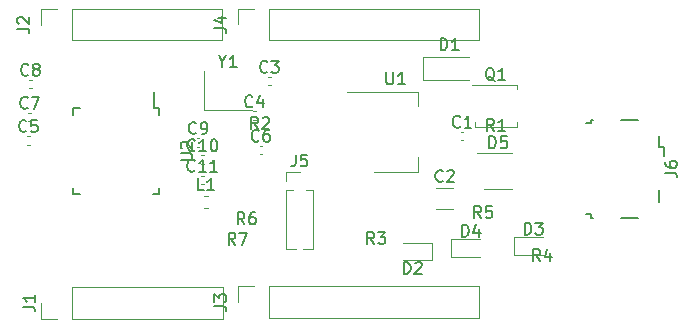
<source format=gto>
%TF.GenerationSoftware,KiCad,Pcbnew,(5.1.10)-1*%
%TF.CreationDate,2021-11-18T18:04:21+00:00*%
%TF.ProjectId,arduino_zero_like,61726475-696e-46f5-9f7a-65726f5f6c69,rev?*%
%TF.SameCoordinates,Original*%
%TF.FileFunction,Legend,Top*%
%TF.FilePolarity,Positive*%
%FSLAX46Y46*%
G04 Gerber Fmt 4.6, Leading zero omitted, Abs format (unit mm)*
G04 Created by KiCad (PCBNEW (5.1.10)-1) date 2021-11-18 18:04:21*
%MOMM*%
%LPD*%
G01*
G04 APERTURE LIST*
%ADD10C,0.120000*%
%ADD11C,0.150000*%
G04 APERTURE END LIST*
D10*
%TO.C,C1*%
X91132164Y-66750000D02*
X91347836Y-66750000D01*
X91132164Y-66030000D02*
X91347836Y-66030000D01*
%TO.C,C2*%
X89053748Y-70760000D02*
X90476252Y-70760000D01*
X89053748Y-72580000D02*
X90476252Y-72580000D01*
%TO.C,C3*%
X74802164Y-62110000D02*
X75017836Y-62110000D01*
X74802164Y-61390000D02*
X75017836Y-61390000D01*
%TO.C,C4*%
X73542164Y-64310000D02*
X73757836Y-64310000D01*
X73542164Y-65030000D02*
X73757836Y-65030000D01*
%TO.C,C5*%
X54392164Y-66400000D02*
X54607836Y-66400000D01*
X54392164Y-67120000D02*
X54607836Y-67120000D01*
%TO.C,C6*%
X74082164Y-67940000D02*
X74297836Y-67940000D01*
X74082164Y-67220000D02*
X74297836Y-67220000D01*
%TO.C,C7*%
X54502164Y-65150000D02*
X54717836Y-65150000D01*
X54502164Y-64430000D02*
X54717836Y-64430000D01*
%TO.C,C8*%
X54562164Y-61640000D02*
X54777836Y-61640000D01*
X54562164Y-62360000D02*
X54777836Y-62360000D01*
%TO.C,C9*%
X68762164Y-66570000D02*
X68977836Y-66570000D01*
X68762164Y-67290000D02*
X68977836Y-67290000D01*
%TO.C,C10*%
X69132164Y-68040000D02*
X69347836Y-68040000D01*
X69132164Y-68760000D02*
X69347836Y-68760000D01*
%TO.C,C11*%
X69122164Y-70480000D02*
X69337836Y-70480000D01*
X69122164Y-69760000D02*
X69337836Y-69760000D01*
%TO.C,D1*%
X87900000Y-59680000D02*
X87900000Y-61680000D01*
X87900000Y-61680000D02*
X91800000Y-61680000D01*
X87900000Y-59680000D02*
X91800000Y-59680000D01*
%TO.C,D2*%
X86230000Y-76925000D02*
X88690000Y-76925000D01*
X88690000Y-76925000D02*
X88690000Y-75455000D01*
X88690000Y-75455000D02*
X86230000Y-75455000D01*
%TO.C,D3*%
X95605000Y-76455000D02*
X98065000Y-76455000D01*
X95605000Y-74985000D02*
X95605000Y-76455000D01*
X98065000Y-74985000D02*
X95605000Y-74985000D01*
%TO.C,D4*%
X92760000Y-75155000D02*
X90300000Y-75155000D01*
X90300000Y-75155000D02*
X90300000Y-76625000D01*
X90300000Y-76625000D02*
X92760000Y-76625000D01*
%TO.C,D5*%
X93050000Y-70900000D02*
X95450000Y-70900000D01*
X95450000Y-67800000D02*
X92500000Y-67800000D01*
%TO.C,J1*%
X70980000Y-81850000D02*
X70980000Y-79190000D01*
X58220000Y-81850000D02*
X70980000Y-81850000D01*
X58220000Y-79190000D02*
X70980000Y-79190000D01*
X58220000Y-81850000D02*
X58220000Y-79190000D01*
X56950000Y-81850000D02*
X55620000Y-81850000D01*
X55620000Y-81850000D02*
X55620000Y-80520000D01*
%TO.C,J2*%
X58170000Y-58310000D02*
X58170000Y-55650000D01*
X58170000Y-58310000D02*
X70930000Y-58310000D01*
X70930000Y-58310000D02*
X70930000Y-55650000D01*
X58170000Y-55650000D02*
X70930000Y-55650000D01*
X55570000Y-55650000D02*
X56900000Y-55650000D01*
X55570000Y-56980000D02*
X55570000Y-55650000D01*
%TO.C,J3*%
X72250000Y-80460000D02*
X72250000Y-79130000D01*
X72250000Y-79130000D02*
X73580000Y-79130000D01*
X74850000Y-79130000D02*
X92690000Y-79130000D01*
X92690000Y-81790000D02*
X92690000Y-79130000D01*
X74850000Y-81790000D02*
X92690000Y-81790000D01*
X74850000Y-81790000D02*
X74850000Y-79130000D01*
%TO.C,J4*%
X74850000Y-58270000D02*
X74850000Y-55610000D01*
X74850000Y-58270000D02*
X92690000Y-58270000D01*
X92690000Y-58270000D02*
X92690000Y-55610000D01*
X74850000Y-55610000D02*
X92690000Y-55610000D01*
X72250000Y-55610000D02*
X73580000Y-55610000D01*
X72250000Y-56940000D02*
X72250000Y-55610000D01*
%TO.C,J5*%
X76360000Y-75995000D02*
X77162470Y-75995000D01*
X77777530Y-75995000D02*
X78580000Y-75995000D01*
X76360000Y-70980000D02*
X76360000Y-75995000D01*
X78580000Y-70980000D02*
X78580000Y-75995000D01*
X76360000Y-70980000D02*
X76906529Y-70980000D01*
X78033471Y-70980000D02*
X78580000Y-70980000D01*
X76360000Y-70220000D02*
X76360000Y-69460000D01*
X76360000Y-69460000D02*
X77470000Y-69460000D01*
D11*
%TO.C,J6*%
X106120000Y-65020000D02*
X104720000Y-65020000D01*
X102320000Y-65020000D02*
X102170000Y-65020000D01*
X102170000Y-65020000D02*
X102170000Y-65320000D01*
X102170000Y-65320000D02*
X101720000Y-65320000D01*
X101720000Y-73020000D02*
X102170000Y-73020000D01*
X102170000Y-73020000D02*
X102170000Y-73320000D01*
X102170000Y-73320000D02*
X102320000Y-73320000D01*
X104720000Y-73320000D02*
X106120000Y-73320000D01*
X108295000Y-68095000D02*
X108295000Y-67370000D01*
X108295000Y-67370000D02*
X107870000Y-67370000D01*
X107870000Y-67370000D02*
X107870000Y-66370000D01*
X107870000Y-70970000D02*
X107870000Y-71970000D01*
D10*
%TO.C,L1*%
X69368733Y-71440000D02*
X69711267Y-71440000D01*
X69368733Y-72460000D02*
X69711267Y-72460000D01*
%TO.C,Q1*%
X95840000Y-62060000D02*
X92070000Y-62060000D01*
X92300000Y-65600000D02*
X95840000Y-65600000D01*
X95840000Y-62060000D02*
X95840000Y-62430000D01*
X95840000Y-65600000D02*
X95840000Y-65230000D01*
X92300000Y-65600000D02*
X92300000Y-65230000D01*
%TO.C,U1*%
X87490000Y-69460000D02*
X87490000Y-68200000D01*
X87490000Y-62640000D02*
X87490000Y-63900000D01*
X83730000Y-69460000D02*
X87490000Y-69460000D01*
X81480000Y-62640000D02*
X87490000Y-62640000D01*
D11*
%TO.C,U2*%
X65575000Y-64055000D02*
X65150000Y-64055000D01*
X65575000Y-71305000D02*
X65050000Y-71305000D01*
X58325000Y-71305000D02*
X58850000Y-71305000D01*
X58325000Y-64055000D02*
X58850000Y-64055000D01*
X65575000Y-64055000D02*
X65575000Y-64580000D01*
X58325000Y-64055000D02*
X58325000Y-64580000D01*
X58325000Y-71305000D02*
X58325000Y-70780000D01*
X65575000Y-71305000D02*
X65575000Y-70780000D01*
X65150000Y-64055000D02*
X65150000Y-62680000D01*
D10*
%TO.C,Y1*%
X69420000Y-60930000D02*
X69420000Y-64230000D01*
X69420000Y-64230000D02*
X73420000Y-64230000D01*
%TO.C,C1*%
D11*
X91073333Y-65587142D02*
X91025714Y-65634761D01*
X90882857Y-65682380D01*
X90787619Y-65682380D01*
X90644761Y-65634761D01*
X90549523Y-65539523D01*
X90501904Y-65444285D01*
X90454285Y-65253809D01*
X90454285Y-65110952D01*
X90501904Y-64920476D01*
X90549523Y-64825238D01*
X90644761Y-64730000D01*
X90787619Y-64682380D01*
X90882857Y-64682380D01*
X91025714Y-64730000D01*
X91073333Y-64777619D01*
X92025714Y-65682380D02*
X91454285Y-65682380D01*
X91740000Y-65682380D02*
X91740000Y-64682380D01*
X91644761Y-64825238D01*
X91549523Y-64920476D01*
X91454285Y-64968095D01*
%TO.C,C2*%
X89598333Y-70177142D02*
X89550714Y-70224761D01*
X89407857Y-70272380D01*
X89312619Y-70272380D01*
X89169761Y-70224761D01*
X89074523Y-70129523D01*
X89026904Y-70034285D01*
X88979285Y-69843809D01*
X88979285Y-69700952D01*
X89026904Y-69510476D01*
X89074523Y-69415238D01*
X89169761Y-69320000D01*
X89312619Y-69272380D01*
X89407857Y-69272380D01*
X89550714Y-69320000D01*
X89598333Y-69367619D01*
X89979285Y-69367619D02*
X90026904Y-69320000D01*
X90122142Y-69272380D01*
X90360238Y-69272380D01*
X90455476Y-69320000D01*
X90503095Y-69367619D01*
X90550714Y-69462857D01*
X90550714Y-69558095D01*
X90503095Y-69700952D01*
X89931666Y-70272380D01*
X90550714Y-70272380D01*
%TO.C,C3*%
X74743333Y-60947142D02*
X74695714Y-60994761D01*
X74552857Y-61042380D01*
X74457619Y-61042380D01*
X74314761Y-60994761D01*
X74219523Y-60899523D01*
X74171904Y-60804285D01*
X74124285Y-60613809D01*
X74124285Y-60470952D01*
X74171904Y-60280476D01*
X74219523Y-60185238D01*
X74314761Y-60090000D01*
X74457619Y-60042380D01*
X74552857Y-60042380D01*
X74695714Y-60090000D01*
X74743333Y-60137619D01*
X75076666Y-60042380D02*
X75695714Y-60042380D01*
X75362380Y-60423333D01*
X75505238Y-60423333D01*
X75600476Y-60470952D01*
X75648095Y-60518571D01*
X75695714Y-60613809D01*
X75695714Y-60851904D01*
X75648095Y-60947142D01*
X75600476Y-60994761D01*
X75505238Y-61042380D01*
X75219523Y-61042380D01*
X75124285Y-60994761D01*
X75076666Y-60947142D01*
%TO.C,C4*%
X73483333Y-63867142D02*
X73435714Y-63914761D01*
X73292857Y-63962380D01*
X73197619Y-63962380D01*
X73054761Y-63914761D01*
X72959523Y-63819523D01*
X72911904Y-63724285D01*
X72864285Y-63533809D01*
X72864285Y-63390952D01*
X72911904Y-63200476D01*
X72959523Y-63105238D01*
X73054761Y-63010000D01*
X73197619Y-62962380D01*
X73292857Y-62962380D01*
X73435714Y-63010000D01*
X73483333Y-63057619D01*
X74340476Y-63295714D02*
X74340476Y-63962380D01*
X74102380Y-62914761D02*
X73864285Y-63629047D01*
X74483333Y-63629047D01*
%TO.C,C5*%
X54333333Y-65957142D02*
X54285714Y-66004761D01*
X54142857Y-66052380D01*
X54047619Y-66052380D01*
X53904761Y-66004761D01*
X53809523Y-65909523D01*
X53761904Y-65814285D01*
X53714285Y-65623809D01*
X53714285Y-65480952D01*
X53761904Y-65290476D01*
X53809523Y-65195238D01*
X53904761Y-65100000D01*
X54047619Y-65052380D01*
X54142857Y-65052380D01*
X54285714Y-65100000D01*
X54333333Y-65147619D01*
X55238095Y-65052380D02*
X54761904Y-65052380D01*
X54714285Y-65528571D01*
X54761904Y-65480952D01*
X54857142Y-65433333D01*
X55095238Y-65433333D01*
X55190476Y-65480952D01*
X55238095Y-65528571D01*
X55285714Y-65623809D01*
X55285714Y-65861904D01*
X55238095Y-65957142D01*
X55190476Y-66004761D01*
X55095238Y-66052380D01*
X54857142Y-66052380D01*
X54761904Y-66004761D01*
X54714285Y-65957142D01*
%TO.C,C6*%
X74023333Y-66777142D02*
X73975714Y-66824761D01*
X73832857Y-66872380D01*
X73737619Y-66872380D01*
X73594761Y-66824761D01*
X73499523Y-66729523D01*
X73451904Y-66634285D01*
X73404285Y-66443809D01*
X73404285Y-66300952D01*
X73451904Y-66110476D01*
X73499523Y-66015238D01*
X73594761Y-65920000D01*
X73737619Y-65872380D01*
X73832857Y-65872380D01*
X73975714Y-65920000D01*
X74023333Y-65967619D01*
X74880476Y-65872380D02*
X74690000Y-65872380D01*
X74594761Y-65920000D01*
X74547142Y-65967619D01*
X74451904Y-66110476D01*
X74404285Y-66300952D01*
X74404285Y-66681904D01*
X74451904Y-66777142D01*
X74499523Y-66824761D01*
X74594761Y-66872380D01*
X74785238Y-66872380D01*
X74880476Y-66824761D01*
X74928095Y-66777142D01*
X74975714Y-66681904D01*
X74975714Y-66443809D01*
X74928095Y-66348571D01*
X74880476Y-66300952D01*
X74785238Y-66253333D01*
X74594761Y-66253333D01*
X74499523Y-66300952D01*
X74451904Y-66348571D01*
X74404285Y-66443809D01*
%TO.C,C7*%
X54443333Y-63987142D02*
X54395714Y-64034761D01*
X54252857Y-64082380D01*
X54157619Y-64082380D01*
X54014761Y-64034761D01*
X53919523Y-63939523D01*
X53871904Y-63844285D01*
X53824285Y-63653809D01*
X53824285Y-63510952D01*
X53871904Y-63320476D01*
X53919523Y-63225238D01*
X54014761Y-63130000D01*
X54157619Y-63082380D01*
X54252857Y-63082380D01*
X54395714Y-63130000D01*
X54443333Y-63177619D01*
X54776666Y-63082380D02*
X55443333Y-63082380D01*
X55014761Y-64082380D01*
%TO.C,C8*%
X54503333Y-61197142D02*
X54455714Y-61244761D01*
X54312857Y-61292380D01*
X54217619Y-61292380D01*
X54074761Y-61244761D01*
X53979523Y-61149523D01*
X53931904Y-61054285D01*
X53884285Y-60863809D01*
X53884285Y-60720952D01*
X53931904Y-60530476D01*
X53979523Y-60435238D01*
X54074761Y-60340000D01*
X54217619Y-60292380D01*
X54312857Y-60292380D01*
X54455714Y-60340000D01*
X54503333Y-60387619D01*
X55074761Y-60720952D02*
X54979523Y-60673333D01*
X54931904Y-60625714D01*
X54884285Y-60530476D01*
X54884285Y-60482857D01*
X54931904Y-60387619D01*
X54979523Y-60340000D01*
X55074761Y-60292380D01*
X55265238Y-60292380D01*
X55360476Y-60340000D01*
X55408095Y-60387619D01*
X55455714Y-60482857D01*
X55455714Y-60530476D01*
X55408095Y-60625714D01*
X55360476Y-60673333D01*
X55265238Y-60720952D01*
X55074761Y-60720952D01*
X54979523Y-60768571D01*
X54931904Y-60816190D01*
X54884285Y-60911428D01*
X54884285Y-61101904D01*
X54931904Y-61197142D01*
X54979523Y-61244761D01*
X55074761Y-61292380D01*
X55265238Y-61292380D01*
X55360476Y-61244761D01*
X55408095Y-61197142D01*
X55455714Y-61101904D01*
X55455714Y-60911428D01*
X55408095Y-60816190D01*
X55360476Y-60768571D01*
X55265238Y-60720952D01*
%TO.C,C9*%
X68703333Y-66127142D02*
X68655714Y-66174761D01*
X68512857Y-66222380D01*
X68417619Y-66222380D01*
X68274761Y-66174761D01*
X68179523Y-66079523D01*
X68131904Y-65984285D01*
X68084285Y-65793809D01*
X68084285Y-65650952D01*
X68131904Y-65460476D01*
X68179523Y-65365238D01*
X68274761Y-65270000D01*
X68417619Y-65222380D01*
X68512857Y-65222380D01*
X68655714Y-65270000D01*
X68703333Y-65317619D01*
X69179523Y-66222380D02*
X69370000Y-66222380D01*
X69465238Y-66174761D01*
X69512857Y-66127142D01*
X69608095Y-65984285D01*
X69655714Y-65793809D01*
X69655714Y-65412857D01*
X69608095Y-65317619D01*
X69560476Y-65270000D01*
X69465238Y-65222380D01*
X69274761Y-65222380D01*
X69179523Y-65270000D01*
X69131904Y-65317619D01*
X69084285Y-65412857D01*
X69084285Y-65650952D01*
X69131904Y-65746190D01*
X69179523Y-65793809D01*
X69274761Y-65841428D01*
X69465238Y-65841428D01*
X69560476Y-65793809D01*
X69608095Y-65746190D01*
X69655714Y-65650952D01*
%TO.C,C10*%
X68597142Y-67597142D02*
X68549523Y-67644761D01*
X68406666Y-67692380D01*
X68311428Y-67692380D01*
X68168571Y-67644761D01*
X68073333Y-67549523D01*
X68025714Y-67454285D01*
X67978095Y-67263809D01*
X67978095Y-67120952D01*
X68025714Y-66930476D01*
X68073333Y-66835238D01*
X68168571Y-66740000D01*
X68311428Y-66692380D01*
X68406666Y-66692380D01*
X68549523Y-66740000D01*
X68597142Y-66787619D01*
X69549523Y-67692380D02*
X68978095Y-67692380D01*
X69263809Y-67692380D02*
X69263809Y-66692380D01*
X69168571Y-66835238D01*
X69073333Y-66930476D01*
X68978095Y-66978095D01*
X70168571Y-66692380D02*
X70263809Y-66692380D01*
X70359047Y-66740000D01*
X70406666Y-66787619D01*
X70454285Y-66882857D01*
X70501904Y-67073333D01*
X70501904Y-67311428D01*
X70454285Y-67501904D01*
X70406666Y-67597142D01*
X70359047Y-67644761D01*
X70263809Y-67692380D01*
X70168571Y-67692380D01*
X70073333Y-67644761D01*
X70025714Y-67597142D01*
X69978095Y-67501904D01*
X69930476Y-67311428D01*
X69930476Y-67073333D01*
X69978095Y-66882857D01*
X70025714Y-66787619D01*
X70073333Y-66740000D01*
X70168571Y-66692380D01*
%TO.C,C11*%
X68587142Y-69317142D02*
X68539523Y-69364761D01*
X68396666Y-69412380D01*
X68301428Y-69412380D01*
X68158571Y-69364761D01*
X68063333Y-69269523D01*
X68015714Y-69174285D01*
X67968095Y-68983809D01*
X67968095Y-68840952D01*
X68015714Y-68650476D01*
X68063333Y-68555238D01*
X68158571Y-68460000D01*
X68301428Y-68412380D01*
X68396666Y-68412380D01*
X68539523Y-68460000D01*
X68587142Y-68507619D01*
X69539523Y-69412380D02*
X68968095Y-69412380D01*
X69253809Y-69412380D02*
X69253809Y-68412380D01*
X69158571Y-68555238D01*
X69063333Y-68650476D01*
X68968095Y-68698095D01*
X70491904Y-69412380D02*
X69920476Y-69412380D01*
X70206190Y-69412380D02*
X70206190Y-68412380D01*
X70110952Y-68555238D01*
X70015714Y-68650476D01*
X69920476Y-68698095D01*
%TO.C,D1*%
X89411904Y-59132380D02*
X89411904Y-58132380D01*
X89650000Y-58132380D01*
X89792857Y-58180000D01*
X89888095Y-58275238D01*
X89935714Y-58370476D01*
X89983333Y-58560952D01*
X89983333Y-58703809D01*
X89935714Y-58894285D01*
X89888095Y-58989523D01*
X89792857Y-59084761D01*
X89650000Y-59132380D01*
X89411904Y-59132380D01*
X90935714Y-59132380D02*
X90364285Y-59132380D01*
X90650000Y-59132380D02*
X90650000Y-58132380D01*
X90554761Y-58275238D01*
X90459523Y-58370476D01*
X90364285Y-58418095D01*
%TO.C,D2*%
X86291904Y-78072380D02*
X86291904Y-77072380D01*
X86530000Y-77072380D01*
X86672857Y-77120000D01*
X86768095Y-77215238D01*
X86815714Y-77310476D01*
X86863333Y-77500952D01*
X86863333Y-77643809D01*
X86815714Y-77834285D01*
X86768095Y-77929523D01*
X86672857Y-78024761D01*
X86530000Y-78072380D01*
X86291904Y-78072380D01*
X87244285Y-77167619D02*
X87291904Y-77120000D01*
X87387142Y-77072380D01*
X87625238Y-77072380D01*
X87720476Y-77120000D01*
X87768095Y-77167619D01*
X87815714Y-77262857D01*
X87815714Y-77358095D01*
X87768095Y-77500952D01*
X87196666Y-78072380D01*
X87815714Y-78072380D01*
%TO.C,D3*%
X96526904Y-74742380D02*
X96526904Y-73742380D01*
X96765000Y-73742380D01*
X96907857Y-73790000D01*
X97003095Y-73885238D01*
X97050714Y-73980476D01*
X97098333Y-74170952D01*
X97098333Y-74313809D01*
X97050714Y-74504285D01*
X97003095Y-74599523D01*
X96907857Y-74694761D01*
X96765000Y-74742380D01*
X96526904Y-74742380D01*
X97431666Y-73742380D02*
X98050714Y-73742380D01*
X97717380Y-74123333D01*
X97860238Y-74123333D01*
X97955476Y-74170952D01*
X98003095Y-74218571D01*
X98050714Y-74313809D01*
X98050714Y-74551904D01*
X98003095Y-74647142D01*
X97955476Y-74694761D01*
X97860238Y-74742380D01*
X97574523Y-74742380D01*
X97479285Y-74694761D01*
X97431666Y-74647142D01*
%TO.C,D4*%
X91221904Y-74912380D02*
X91221904Y-73912380D01*
X91460000Y-73912380D01*
X91602857Y-73960000D01*
X91698095Y-74055238D01*
X91745714Y-74150476D01*
X91793333Y-74340952D01*
X91793333Y-74483809D01*
X91745714Y-74674285D01*
X91698095Y-74769523D01*
X91602857Y-74864761D01*
X91460000Y-74912380D01*
X91221904Y-74912380D01*
X92650476Y-74245714D02*
X92650476Y-74912380D01*
X92412380Y-73864761D02*
X92174285Y-74579047D01*
X92793333Y-74579047D01*
%TO.C,D5*%
X93531904Y-67422380D02*
X93531904Y-66422380D01*
X93770000Y-66422380D01*
X93912857Y-66470000D01*
X94008095Y-66565238D01*
X94055714Y-66660476D01*
X94103333Y-66850952D01*
X94103333Y-66993809D01*
X94055714Y-67184285D01*
X94008095Y-67279523D01*
X93912857Y-67374761D01*
X93770000Y-67422380D01*
X93531904Y-67422380D01*
X95008095Y-66422380D02*
X94531904Y-66422380D01*
X94484285Y-66898571D01*
X94531904Y-66850952D01*
X94627142Y-66803333D01*
X94865238Y-66803333D01*
X94960476Y-66850952D01*
X95008095Y-66898571D01*
X95055714Y-66993809D01*
X95055714Y-67231904D01*
X95008095Y-67327142D01*
X94960476Y-67374761D01*
X94865238Y-67422380D01*
X94627142Y-67422380D01*
X94531904Y-67374761D01*
X94484285Y-67327142D01*
%TO.C,J1*%
X54072380Y-80853333D02*
X54786666Y-80853333D01*
X54929523Y-80900952D01*
X55024761Y-80996190D01*
X55072380Y-81139047D01*
X55072380Y-81234285D01*
X55072380Y-79853333D02*
X55072380Y-80424761D01*
X55072380Y-80139047D02*
X54072380Y-80139047D01*
X54215238Y-80234285D01*
X54310476Y-80329523D01*
X54358095Y-80424761D01*
%TO.C,J2*%
X53582380Y-57313333D02*
X54296666Y-57313333D01*
X54439523Y-57360952D01*
X54534761Y-57456190D01*
X54582380Y-57599047D01*
X54582380Y-57694285D01*
X53677619Y-56884761D02*
X53630000Y-56837142D01*
X53582380Y-56741904D01*
X53582380Y-56503809D01*
X53630000Y-56408571D01*
X53677619Y-56360952D01*
X53772857Y-56313333D01*
X53868095Y-56313333D01*
X54010952Y-56360952D01*
X54582380Y-56932380D01*
X54582380Y-56313333D01*
%TO.C,J3*%
X70262380Y-80793333D02*
X70976666Y-80793333D01*
X71119523Y-80840952D01*
X71214761Y-80936190D01*
X71262380Y-81079047D01*
X71262380Y-81174285D01*
X70262380Y-80412380D02*
X70262380Y-79793333D01*
X70643333Y-80126666D01*
X70643333Y-79983809D01*
X70690952Y-79888571D01*
X70738571Y-79840952D01*
X70833809Y-79793333D01*
X71071904Y-79793333D01*
X71167142Y-79840952D01*
X71214761Y-79888571D01*
X71262380Y-79983809D01*
X71262380Y-80269523D01*
X71214761Y-80364761D01*
X71167142Y-80412380D01*
%TO.C,J4*%
X70262380Y-57273333D02*
X70976666Y-57273333D01*
X71119523Y-57320952D01*
X71214761Y-57416190D01*
X71262380Y-57559047D01*
X71262380Y-57654285D01*
X70595714Y-56368571D02*
X71262380Y-56368571D01*
X70214761Y-56606666D02*
X70929047Y-56844761D01*
X70929047Y-56225714D01*
%TO.C,J5*%
X77136666Y-67977380D02*
X77136666Y-68691666D01*
X77089047Y-68834523D01*
X76993809Y-68929761D01*
X76850952Y-68977380D01*
X76755714Y-68977380D01*
X78089047Y-67977380D02*
X77612857Y-67977380D01*
X77565238Y-68453571D01*
X77612857Y-68405952D01*
X77708095Y-68358333D01*
X77946190Y-68358333D01*
X78041428Y-68405952D01*
X78089047Y-68453571D01*
X78136666Y-68548809D01*
X78136666Y-68786904D01*
X78089047Y-68882142D01*
X78041428Y-68929761D01*
X77946190Y-68977380D01*
X77708095Y-68977380D01*
X77612857Y-68929761D01*
X77565238Y-68882142D01*
%TO.C,J6*%
X108422380Y-69503333D02*
X109136666Y-69503333D01*
X109279523Y-69550952D01*
X109374761Y-69646190D01*
X109422380Y-69789047D01*
X109422380Y-69884285D01*
X108422380Y-68598571D02*
X108422380Y-68789047D01*
X108470000Y-68884285D01*
X108517619Y-68931904D01*
X108660476Y-69027142D01*
X108850952Y-69074761D01*
X109231904Y-69074761D01*
X109327142Y-69027142D01*
X109374761Y-68979523D01*
X109422380Y-68884285D01*
X109422380Y-68693809D01*
X109374761Y-68598571D01*
X109327142Y-68550952D01*
X109231904Y-68503333D01*
X108993809Y-68503333D01*
X108898571Y-68550952D01*
X108850952Y-68598571D01*
X108803333Y-68693809D01*
X108803333Y-68884285D01*
X108850952Y-68979523D01*
X108898571Y-69027142D01*
X108993809Y-69074761D01*
%TO.C,L1*%
X69373333Y-70972380D02*
X68897142Y-70972380D01*
X68897142Y-69972380D01*
X70230476Y-70972380D02*
X69659047Y-70972380D01*
X69944761Y-70972380D02*
X69944761Y-69972380D01*
X69849523Y-70115238D01*
X69754285Y-70210476D01*
X69659047Y-70258095D01*
%TO.C,Q1*%
X93974761Y-61727619D02*
X93879523Y-61680000D01*
X93784285Y-61584761D01*
X93641428Y-61441904D01*
X93546190Y-61394285D01*
X93450952Y-61394285D01*
X93498571Y-61632380D02*
X93403333Y-61584761D01*
X93308095Y-61489523D01*
X93260476Y-61299047D01*
X93260476Y-60965714D01*
X93308095Y-60775238D01*
X93403333Y-60680000D01*
X93498571Y-60632380D01*
X93689047Y-60632380D01*
X93784285Y-60680000D01*
X93879523Y-60775238D01*
X93927142Y-60965714D01*
X93927142Y-61299047D01*
X93879523Y-61489523D01*
X93784285Y-61584761D01*
X93689047Y-61632380D01*
X93498571Y-61632380D01*
X94879523Y-61632380D02*
X94308095Y-61632380D01*
X94593809Y-61632380D02*
X94593809Y-60632380D01*
X94498571Y-60775238D01*
X94403333Y-60870476D01*
X94308095Y-60918095D01*
%TO.C,R1*%
X93913333Y-65952380D02*
X93580000Y-65476190D01*
X93341904Y-65952380D02*
X93341904Y-64952380D01*
X93722857Y-64952380D01*
X93818095Y-65000000D01*
X93865714Y-65047619D01*
X93913333Y-65142857D01*
X93913333Y-65285714D01*
X93865714Y-65380952D01*
X93818095Y-65428571D01*
X93722857Y-65476190D01*
X93341904Y-65476190D01*
X94865714Y-65952380D02*
X94294285Y-65952380D01*
X94580000Y-65952380D02*
X94580000Y-64952380D01*
X94484761Y-65095238D01*
X94389523Y-65190476D01*
X94294285Y-65238095D01*
%TO.C,R2*%
X73963333Y-65792380D02*
X73630000Y-65316190D01*
X73391904Y-65792380D02*
X73391904Y-64792380D01*
X73772857Y-64792380D01*
X73868095Y-64840000D01*
X73915714Y-64887619D01*
X73963333Y-64982857D01*
X73963333Y-65125714D01*
X73915714Y-65220952D01*
X73868095Y-65268571D01*
X73772857Y-65316190D01*
X73391904Y-65316190D01*
X74344285Y-64887619D02*
X74391904Y-64840000D01*
X74487142Y-64792380D01*
X74725238Y-64792380D01*
X74820476Y-64840000D01*
X74868095Y-64887619D01*
X74915714Y-64982857D01*
X74915714Y-65078095D01*
X74868095Y-65220952D01*
X74296666Y-65792380D01*
X74915714Y-65792380D01*
%TO.C,R3*%
X83783333Y-75532380D02*
X83450000Y-75056190D01*
X83211904Y-75532380D02*
X83211904Y-74532380D01*
X83592857Y-74532380D01*
X83688095Y-74580000D01*
X83735714Y-74627619D01*
X83783333Y-74722857D01*
X83783333Y-74865714D01*
X83735714Y-74960952D01*
X83688095Y-75008571D01*
X83592857Y-75056190D01*
X83211904Y-75056190D01*
X84116666Y-74532380D02*
X84735714Y-74532380D01*
X84402380Y-74913333D01*
X84545238Y-74913333D01*
X84640476Y-74960952D01*
X84688095Y-75008571D01*
X84735714Y-75103809D01*
X84735714Y-75341904D01*
X84688095Y-75437142D01*
X84640476Y-75484761D01*
X84545238Y-75532380D01*
X84259523Y-75532380D01*
X84164285Y-75484761D01*
X84116666Y-75437142D01*
%TO.C,R4*%
X97833333Y-76982380D02*
X97500000Y-76506190D01*
X97261904Y-76982380D02*
X97261904Y-75982380D01*
X97642857Y-75982380D01*
X97738095Y-76030000D01*
X97785714Y-76077619D01*
X97833333Y-76172857D01*
X97833333Y-76315714D01*
X97785714Y-76410952D01*
X97738095Y-76458571D01*
X97642857Y-76506190D01*
X97261904Y-76506190D01*
X98690476Y-76315714D02*
X98690476Y-76982380D01*
X98452380Y-75934761D02*
X98214285Y-76649047D01*
X98833333Y-76649047D01*
%TO.C,R5*%
X92843333Y-73332380D02*
X92510000Y-72856190D01*
X92271904Y-73332380D02*
X92271904Y-72332380D01*
X92652857Y-72332380D01*
X92748095Y-72380000D01*
X92795714Y-72427619D01*
X92843333Y-72522857D01*
X92843333Y-72665714D01*
X92795714Y-72760952D01*
X92748095Y-72808571D01*
X92652857Y-72856190D01*
X92271904Y-72856190D01*
X93748095Y-72332380D02*
X93271904Y-72332380D01*
X93224285Y-72808571D01*
X93271904Y-72760952D01*
X93367142Y-72713333D01*
X93605238Y-72713333D01*
X93700476Y-72760952D01*
X93748095Y-72808571D01*
X93795714Y-72903809D01*
X93795714Y-73141904D01*
X93748095Y-73237142D01*
X93700476Y-73284761D01*
X93605238Y-73332380D01*
X93367142Y-73332380D01*
X93271904Y-73284761D01*
X93224285Y-73237142D01*
%TO.C,R6*%
X72803333Y-73872380D02*
X72470000Y-73396190D01*
X72231904Y-73872380D02*
X72231904Y-72872380D01*
X72612857Y-72872380D01*
X72708095Y-72920000D01*
X72755714Y-72967619D01*
X72803333Y-73062857D01*
X72803333Y-73205714D01*
X72755714Y-73300952D01*
X72708095Y-73348571D01*
X72612857Y-73396190D01*
X72231904Y-73396190D01*
X73660476Y-72872380D02*
X73470000Y-72872380D01*
X73374761Y-72920000D01*
X73327142Y-72967619D01*
X73231904Y-73110476D01*
X73184285Y-73300952D01*
X73184285Y-73681904D01*
X73231904Y-73777142D01*
X73279523Y-73824761D01*
X73374761Y-73872380D01*
X73565238Y-73872380D01*
X73660476Y-73824761D01*
X73708095Y-73777142D01*
X73755714Y-73681904D01*
X73755714Y-73443809D01*
X73708095Y-73348571D01*
X73660476Y-73300952D01*
X73565238Y-73253333D01*
X73374761Y-73253333D01*
X73279523Y-73300952D01*
X73231904Y-73348571D01*
X73184285Y-73443809D01*
%TO.C,R7*%
X72033333Y-75592380D02*
X71700000Y-75116190D01*
X71461904Y-75592380D02*
X71461904Y-74592380D01*
X71842857Y-74592380D01*
X71938095Y-74640000D01*
X71985714Y-74687619D01*
X72033333Y-74782857D01*
X72033333Y-74925714D01*
X71985714Y-75020952D01*
X71938095Y-75068571D01*
X71842857Y-75116190D01*
X71461904Y-75116190D01*
X72366666Y-74592380D02*
X73033333Y-74592380D01*
X72604761Y-75592380D01*
%TO.C,U1*%
X84818095Y-61002380D02*
X84818095Y-61811904D01*
X84865714Y-61907142D01*
X84913333Y-61954761D01*
X85008571Y-62002380D01*
X85199047Y-62002380D01*
X85294285Y-61954761D01*
X85341904Y-61907142D01*
X85389523Y-61811904D01*
X85389523Y-61002380D01*
X86389523Y-62002380D02*
X85818095Y-62002380D01*
X86103809Y-62002380D02*
X86103809Y-61002380D01*
X86008571Y-61145238D01*
X85913333Y-61240476D01*
X85818095Y-61288095D01*
%TO.C,U2*%
X67402380Y-68441904D02*
X68211904Y-68441904D01*
X68307142Y-68394285D01*
X68354761Y-68346666D01*
X68402380Y-68251428D01*
X68402380Y-68060952D01*
X68354761Y-67965714D01*
X68307142Y-67918095D01*
X68211904Y-67870476D01*
X67402380Y-67870476D01*
X67497619Y-67441904D02*
X67450000Y-67394285D01*
X67402380Y-67299047D01*
X67402380Y-67060952D01*
X67450000Y-66965714D01*
X67497619Y-66918095D01*
X67592857Y-66870476D01*
X67688095Y-66870476D01*
X67830952Y-66918095D01*
X68402380Y-67489523D01*
X68402380Y-66870476D01*
%TO.C,Y1*%
X70943809Y-60106190D02*
X70943809Y-60582380D01*
X70610476Y-59582380D02*
X70943809Y-60106190D01*
X71277142Y-59582380D01*
X72134285Y-60582380D02*
X71562857Y-60582380D01*
X71848571Y-60582380D02*
X71848571Y-59582380D01*
X71753333Y-59725238D01*
X71658095Y-59820476D01*
X71562857Y-59868095D01*
%TD*%
M02*

</source>
